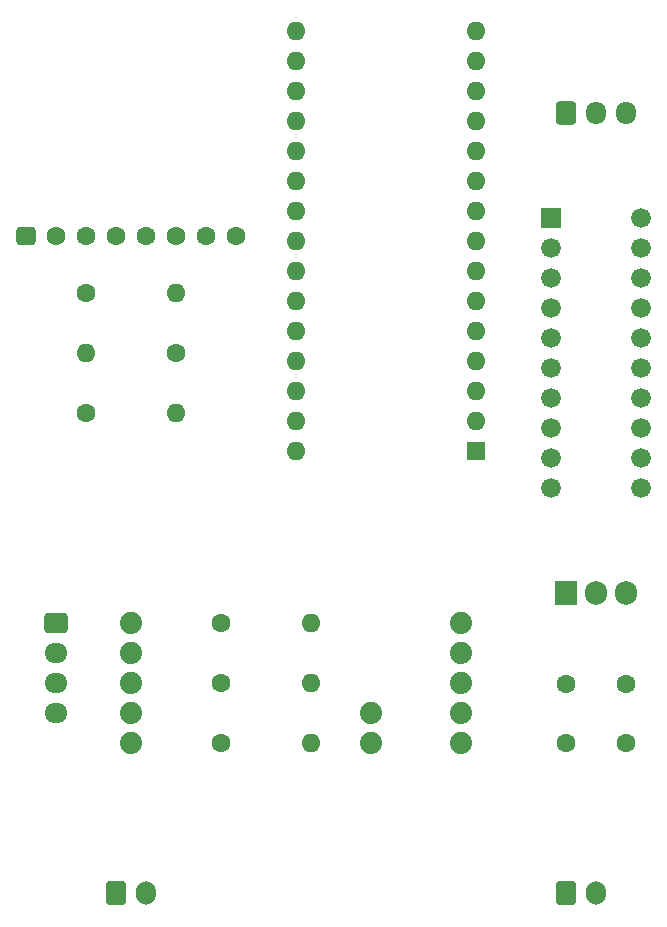
<source format=gbr>
%TF.GenerationSoftware,KiCad,Pcbnew,7.0.6*%
%TF.CreationDate,2023-07-23T20:46:28-06:00*%
%TF.ProjectId,Caress,43617265-7373-42e6-9b69-6361645f7063,2*%
%TF.SameCoordinates,Original*%
%TF.FileFunction,Soldermask,Bot*%
%TF.FilePolarity,Negative*%
%FSLAX46Y46*%
G04 Gerber Fmt 4.6, Leading zero omitted, Abs format (unit mm)*
G04 Created by KiCad (PCBNEW 7.0.6) date 2023-07-23 20:46:28*
%MOMM*%
%LPD*%
G01*
G04 APERTURE LIST*
G04 Aperture macros list*
%AMRoundRect*
0 Rectangle with rounded corners*
0 $1 Rounding radius*
0 $2 $3 $4 $5 $6 $7 $8 $9 X,Y pos of 4 corners*
0 Add a 4 corners polygon primitive as box body*
4,1,4,$2,$3,$4,$5,$6,$7,$8,$9,$2,$3,0*
0 Add four circle primitives for the rounded corners*
1,1,$1+$1,$2,$3*
1,1,$1+$1,$4,$5*
1,1,$1+$1,$6,$7*
1,1,$1+$1,$8,$9*
0 Add four rect primitives between the rounded corners*
20,1,$1+$1,$2,$3,$4,$5,0*
20,1,$1+$1,$4,$5,$6,$7,0*
20,1,$1+$1,$6,$7,$8,$9,0*
20,1,$1+$1,$8,$9,$2,$3,0*%
G04 Aperture macros list end*
%ADD10C,1.600000*%
%ADD11O,1.600000X1.600000*%
%ADD12RoundRect,0.250000X-0.600000X-0.725000X0.600000X-0.725000X0.600000X0.725000X-0.600000X0.725000X0*%
%ADD13O,1.700000X1.950000*%
%ADD14RoundRect,0.250000X-0.725000X0.600000X-0.725000X-0.600000X0.725000X-0.600000X0.725000X0.600000X0*%
%ADD15O,1.950000X1.700000*%
%ADD16R,1.676400X1.676400*%
%ADD17C,1.676400*%
%ADD18RoundRect,0.250000X-0.600000X-0.750000X0.600000X-0.750000X0.600000X0.750000X-0.600000X0.750000X0*%
%ADD19O,1.700000X2.000000*%
%ADD20RoundRect,0.400000X0.450000X-0.400000X0.450000X0.400000X-0.450000X0.400000X-0.450000X-0.400000X0*%
%ADD21C,1.879600*%
%ADD22R,1.600000X1.600000*%
%ADD23R,1.905000X2.000000*%
%ADD24O,1.905000X2.000000*%
G04 APERTURE END LIST*
D10*
%TO.C,R4*%
X55895881Y-71120000D03*
D11*
X48275881Y-71120000D03*
%TD*%
D12*
%TO.C,J4*%
X88940000Y-50800000D03*
D13*
X91480000Y-50800000D03*
X94020000Y-50800000D03*
%TD*%
D14*
%TO.C,J1*%
X45720000Y-93980000D03*
D15*
X45720000Y-96520000D03*
X45720000Y-99060000D03*
X45720000Y-101600000D03*
%TD*%
D16*
%TO.C,U4*%
X87630000Y-59690000D03*
D17*
X87630000Y-62230000D03*
X87630000Y-64770000D03*
X87630000Y-67310000D03*
X87630000Y-69850000D03*
X87630000Y-72390000D03*
X87630000Y-74930000D03*
X87630000Y-77470000D03*
X87630000Y-80010000D03*
X87630000Y-82550000D03*
X95250000Y-82550000D03*
X95250000Y-80010000D03*
X95250000Y-77470000D03*
X95250000Y-74930000D03*
X95250000Y-72390000D03*
X95250000Y-69850000D03*
X95250000Y-67310000D03*
X95250000Y-64770000D03*
X95250000Y-62230000D03*
X95250000Y-59690000D03*
%TD*%
D10*
%TO.C,C1*%
X88900000Y-99140000D03*
X88900000Y-104140000D03*
%TD*%
D18*
%TO.C,J2*%
X50840000Y-116840000D03*
D19*
X53380000Y-116840000D03*
%TD*%
D20*
%TO.C,U1*%
X43180000Y-61206660D03*
D10*
X45720000Y-61206660D03*
X48260000Y-61206660D03*
X50800000Y-61206660D03*
X53340000Y-61206660D03*
X55880000Y-61206660D03*
X58420000Y-61206660D03*
X60960000Y-61206660D03*
%TD*%
%TO.C,R1*%
X48275881Y-76200000D03*
D11*
X55895881Y-76200000D03*
%TD*%
D10*
%TO.C,R6*%
X59690000Y-99060000D03*
D11*
X67310000Y-99060000D03*
%TD*%
D10*
%TO.C,R5*%
X59690000Y-93980000D03*
D11*
X67310000Y-93980000D03*
%TD*%
D10*
%TO.C,C2*%
X93980000Y-99140000D03*
X93980000Y-104140000D03*
%TD*%
D18*
%TO.C,J3*%
X88940000Y-116840000D03*
D19*
X91480000Y-116840000D03*
%TD*%
D21*
%TO.C,U2*%
X52070000Y-93980000D03*
X52070000Y-96520000D03*
X52070000Y-99060000D03*
X52070000Y-101600000D03*
X52070000Y-104140000D03*
X80010000Y-104140000D03*
X80010000Y-101600000D03*
X80010000Y-99060000D03*
X80010000Y-96520000D03*
X80010000Y-93980000D03*
X72390000Y-101600000D03*
X72390000Y-104140000D03*
%TD*%
D22*
%TO.C,A1*%
X81280000Y-79400000D03*
D11*
X81280000Y-76860000D03*
X81280000Y-74320000D03*
X81280000Y-71780000D03*
X81280000Y-69240000D03*
X81280000Y-66700000D03*
X81280000Y-64160000D03*
X81280000Y-61620000D03*
X81280000Y-59080000D03*
X81280000Y-56540000D03*
X81280000Y-54000000D03*
X81280000Y-51460000D03*
X81280000Y-48920000D03*
X81280000Y-46380000D03*
X81280000Y-43840000D03*
X66040000Y-43840000D03*
X66040000Y-46380000D03*
X66040000Y-48920000D03*
X66040000Y-51460000D03*
X66040000Y-54000000D03*
X66040000Y-56540000D03*
X66040000Y-59080000D03*
X66040000Y-61620000D03*
X66040000Y-64160000D03*
X66040000Y-66700000D03*
X66040000Y-69240000D03*
X66040000Y-71780000D03*
X66040000Y-74320000D03*
X66040000Y-76860000D03*
X66040000Y-79400000D03*
%TD*%
D10*
%TO.C,R3*%
X59690000Y-104140000D03*
D11*
X67310000Y-104140000D03*
%TD*%
D10*
%TO.C,R2*%
X48275881Y-66040000D03*
D11*
X55895881Y-66040000D03*
%TD*%
D23*
%TO.C,U3*%
X88900000Y-91440000D03*
D24*
X91440000Y-91440000D03*
X93980000Y-91440000D03*
%TD*%
M02*

</source>
